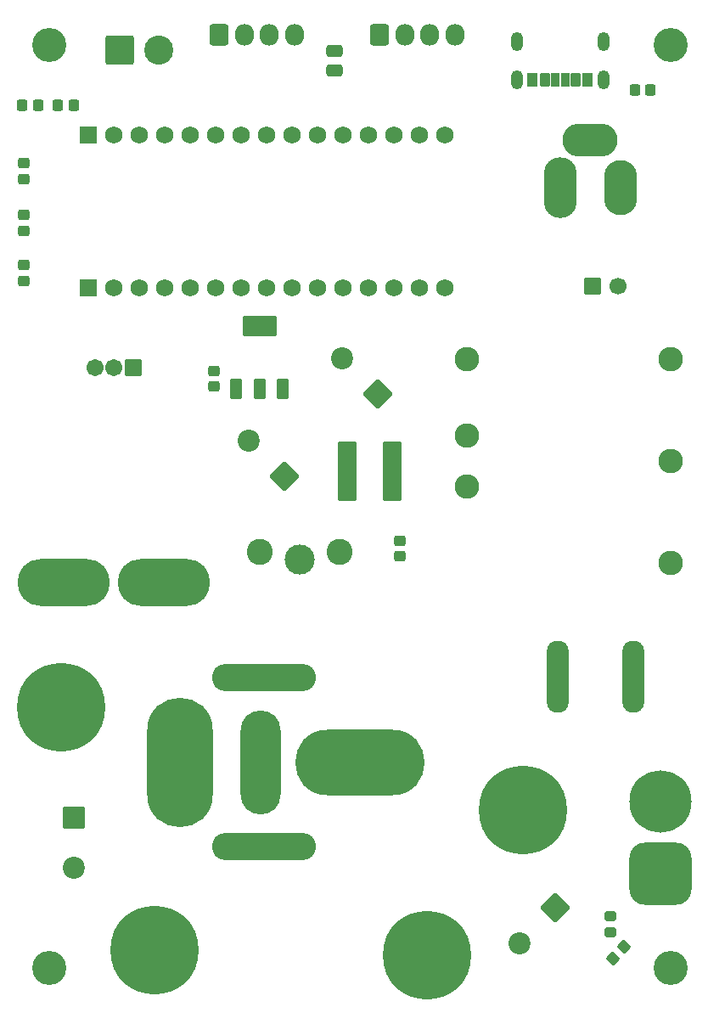
<source format=gts>
%TF.GenerationSoftware,KiCad,Pcbnew,8.0.4*%
%TF.CreationDate,2024-08-27T22:08:08+09:00*%
%TF.ProjectId,power_board2,706f7765-725f-4626-9f61-7264322e6b69,rev?*%
%TF.SameCoordinates,PX3473bc0PYa8cce40*%
%TF.FileFunction,Soldermask,Top*%
%TF.FilePolarity,Negative*%
%FSLAX46Y46*%
G04 Gerber Fmt 4.6, Leading zero omitted, Abs format (unit mm)*
G04 Created by KiCad (PCBNEW 8.0.4) date 2024-08-27 22:08:08*
%MOMM*%
%LPD*%
G01*
G04 APERTURE LIST*
G04 Aperture macros list*
%AMRoundRect*
0 Rectangle with rounded corners*
0 $1 Rounding radius*
0 $2 $3 $4 $5 $6 $7 $8 $9 X,Y pos of 4 corners*
0 Add a 4 corners polygon primitive as box body*
4,1,4,$2,$3,$4,$5,$6,$7,$8,$9,$2,$3,0*
0 Add four circle primitives for the rounded corners*
1,1,$1+$1,$2,$3*
1,1,$1+$1,$4,$5*
1,1,$1+$1,$6,$7*
1,1,$1+$1,$8,$9*
0 Add four rect primitives between the rounded corners*
20,1,$1+$1,$2,$3,$4,$5,0*
20,1,$1+$1,$4,$5,$6,$7,0*
20,1,$1+$1,$6,$7,$8,$9,0*
20,1,$1+$1,$8,$9,$2,$3,0*%
G04 Aperture macros list end*
%ADD10O,3.300000X6.055000*%
%ADD11O,3.300000X5.500000*%
%ADD12O,5.500000X3.300000*%
%ADD13RoundRect,0.268750X0.306250X-0.268750X0.306250X0.268750X-0.306250X0.268750X-0.306250X-0.268750X0*%
%ADD14RoundRect,0.100000X1.414214X0.000000X0.000000X1.414214X-1.414214X0.000000X0.000000X-1.414214X0*%
%ADD15C,2.200000*%
%ADD16C,1.100000*%
%ADD17C,8.800000*%
%ADD18RoundRect,0.300000X-0.525000X0.300000X-0.525000X-0.300000X0.525000X-0.300000X0.525000X0.300000X0*%
%ADD19RoundRect,0.100000X0.475000X0.875000X-0.475000X0.875000X-0.475000X-0.875000X0.475000X-0.875000X0*%
%ADD20RoundRect,0.100000X1.625000X-0.875000X1.625000X0.875000X-1.625000X0.875000X-1.625000X-0.875000X0*%
%ADD21RoundRect,0.268750X0.268750X0.306250X-0.268750X0.306250X-0.268750X-0.306250X0.268750X-0.306250X0*%
%ADD22C,3.400000*%
%ADD23RoundRect,1.550000X1.550000X-1.550000X1.550000X1.550000X-1.550000X1.550000X-1.550000X-1.550000X0*%
%ADD24C,6.200000*%
%ADD25RoundRect,0.268750X0.026517X-0.406586X0.406586X-0.026517X-0.026517X0.406586X-0.406586X0.026517X0*%
%ADD26RoundRect,0.279412X-0.670588X-0.795588X0.670588X-0.795588X0.670588X0.795588X-0.670588X0.795588X0*%
%ADD27O,1.900000X2.150000*%
%ADD28RoundRect,0.100000X0.350000X0.575000X-0.350000X0.575000X-0.350000X-0.575000X0.350000X-0.575000X0*%
%ADD29RoundRect,0.100000X0.400000X0.575000X-0.400000X0.575000X-0.400000X-0.575000X0.400000X-0.575000X0*%
%ADD30RoundRect,0.100000X0.450000X0.575000X-0.450000X0.575000X-0.450000X-0.575000X0.450000X-0.575000X0*%
%ADD31O,1.200000X1.900000*%
%ADD32RoundRect,0.102000X0.765000X-0.765000X0.765000X0.765000X-0.765000X0.765000X-0.765000X-0.765000X0*%
%ADD33C,1.734000*%
%ADD34RoundRect,0.100000X-1.000000X1.000000X-1.000000X-1.000000X1.000000X-1.000000X1.000000X1.000000X0*%
%ADD35RoundRect,0.100000X0.000000X1.414214X-1.414214X0.000000X0.000000X-1.414214X1.414214X0.000000X0*%
%ADD36RoundRect,0.275000X-0.300000X0.275000X-0.300000X-0.275000X0.300000X-0.275000X0.300000X0.275000X0*%
%ADD37C,2.450000*%
%ADD38RoundRect,0.100000X-0.750000X-0.750000X0.750000X-0.750000X0.750000X0.750000X-0.750000X0.750000X0*%
%ADD39C,1.700000*%
%ADD40O,12.900000X6.550000*%
%ADD41O,4.010000X10.360000*%
%ADD42O,6.550000X12.900000*%
%ADD43O,10.360000X2.740000*%
%ADD44RoundRect,0.268520X-1.181480X-1.181480X1.181480X-1.181480X1.181480X1.181480X-1.181480X1.181480X0*%
%ADD45C,2.900000*%
%ADD46RoundRect,0.102000X0.750000X0.750000X-0.750000X0.750000X-0.750000X-0.750000X0.750000X-0.750000X0*%
%ADD47C,1.704000*%
%ADD48C,1.004000*%
%ADD49O,9.204000X4.704000*%
%ADD50C,3.000000*%
%ADD51C,2.600000*%
%ADD52O,2.200000X7.200000*%
%ADD53O,2.204000X7.204000*%
%ADD54RoundRect,0.100000X-0.850000X-2.850000X0.850000X-2.850000X0.850000X2.850000X-0.850000X2.850000X0*%
%ADD55RoundRect,0.250000X-0.325000X0.250000X-0.325000X-0.250000X0.325000X-0.250000X0.325000X0.250000X0*%
G04 APERTURE END LIST*
D10*
X55015000Y81800000D03*
D11*
X61015000Y81800000D03*
D12*
X58015000Y86500000D03*
D13*
X1500000Y82650000D03*
X1500000Y84225000D03*
D14*
X36767767Y61232233D03*
D15*
X33232233Y64767767D03*
D16*
X1994581Y30000000D03*
X2939162Y32280419D03*
X2939162Y27719581D03*
X5219581Y33225000D03*
D17*
X5219581Y30000000D03*
D16*
X5219581Y26775000D03*
X7500000Y32280419D03*
X7500000Y27719581D03*
X8444581Y30000000D03*
D18*
X32500000Y95400000D03*
X32500000Y93500000D03*
D13*
X39000000Y45000000D03*
X39000000Y46575000D03*
D16*
X48055419Y19719581D03*
X49000000Y22000000D03*
X49000000Y17439162D03*
X51280419Y22944581D03*
D17*
X51280419Y19719581D03*
D16*
X51280419Y16494581D03*
X53560838Y22000000D03*
X53560838Y17439162D03*
X54505419Y19719581D03*
D19*
X22700000Y61700000D03*
X25000000Y61700000D03*
X27300000Y61700000D03*
D20*
X25000000Y68000000D03*
D21*
X2925000Y90000000D03*
X1350000Y90000000D03*
D22*
X4000000Y4000000D03*
X66000000Y96000000D03*
D23*
X65000000Y13400000D03*
D24*
X65000000Y20600000D03*
D22*
X66000000Y4000000D03*
D25*
X60230653Y4943153D03*
X61344347Y6056847D03*
D26*
X21000000Y97000000D03*
D27*
X23500000Y97000000D03*
X26000000Y97000000D03*
X28500000Y97000000D03*
D28*
X55500000Y92545000D03*
D29*
X53480000Y92545000D03*
D30*
X52250000Y92545000D03*
D28*
X54500000Y92545000D03*
D29*
X56520000Y92545000D03*
D30*
X57750000Y92545000D03*
D31*
X59320000Y92550000D03*
X50680000Y92550000D03*
X59320000Y96350000D03*
X50680000Y96350000D03*
D16*
X11275000Y5775000D03*
X12219581Y8055419D03*
X12219581Y3494581D03*
X14500000Y9000000D03*
D17*
X14500000Y5775000D03*
D16*
X14500000Y2550000D03*
X16780419Y8055419D03*
X16780419Y3494581D03*
X17725000Y5775000D03*
D32*
X7960000Y71760000D03*
D33*
X10500000Y71760000D03*
X13040000Y71760000D03*
X15580000Y71760000D03*
X18120000Y71760000D03*
X20660000Y71760000D03*
X23200000Y71760000D03*
X25740000Y71760000D03*
X28280000Y71760000D03*
X30820000Y71760000D03*
X33360000Y71760000D03*
X35900000Y71760000D03*
X38440000Y71760000D03*
X40980000Y71760000D03*
X43520000Y71760000D03*
D32*
X7960000Y87000000D03*
D33*
X10500000Y87000000D03*
X13040000Y87000000D03*
X15580000Y87000000D03*
X18120000Y87000000D03*
X20660000Y87000000D03*
X23200000Y87000000D03*
X25740000Y87000000D03*
X28280000Y87000000D03*
X30820000Y87000000D03*
X33360000Y87000000D03*
X35900000Y87000000D03*
X38440000Y87000000D03*
X40980000Y87000000D03*
X43520000Y87000000D03*
D34*
X6500000Y19000000D03*
D15*
X6500000Y14000000D03*
D35*
X54500000Y10000000D03*
D15*
X50964466Y6464466D03*
D36*
X20500000Y63500000D03*
X20500000Y61950000D03*
D37*
X45720000Y64660000D03*
X45720000Y57040000D03*
X45720000Y51960000D03*
X66040000Y44340000D03*
X66040000Y54500000D03*
X66040000Y64660000D03*
D21*
X6500000Y90000000D03*
X4925000Y90000000D03*
D38*
X58250000Y72000000D03*
D39*
X60750000Y72000000D03*
D40*
X35000000Y24500000D03*
D41*
X25094000Y24500000D03*
D42*
X17093000Y24500000D03*
D43*
X25500400Y32907400D03*
X25500400Y16092600D03*
D44*
X11040000Y95500000D03*
D45*
X15000000Y95500000D03*
D13*
X1500000Y72500000D03*
X1500000Y74075000D03*
D14*
X27500000Y53000000D03*
D15*
X23964466Y56535534D03*
D26*
X37000000Y97000000D03*
D27*
X39500000Y97000000D03*
X42000000Y97000000D03*
X44500000Y97000000D03*
D21*
X64000000Y91500000D03*
X62425000Y91500000D03*
D46*
X12410000Y63800000D03*
D47*
X10500000Y63800000D03*
X8590000Y63800000D03*
D48*
X9300000Y42000000D03*
X9300000Y43050000D03*
X8500000Y41100000D03*
X8500000Y43670000D03*
X7500000Y40800000D03*
X7500000Y44000000D03*
X6170000Y40800000D03*
X6170000Y44000000D03*
D49*
X5500000Y42400000D03*
D48*
X4840000Y40800000D03*
X4840000Y44000000D03*
X3510000Y40800000D03*
X3510000Y44000000D03*
X2500000Y43670000D03*
X2350000Y41100000D03*
X1700000Y42000000D03*
X1700000Y43050000D03*
X19300000Y42000000D03*
X19300000Y43050000D03*
X18500000Y41100000D03*
X18500000Y43670000D03*
X17500000Y40800000D03*
X17500000Y44000000D03*
X16170000Y40800000D03*
X16170000Y44000000D03*
D49*
X15500000Y42400000D03*
D48*
X14840000Y40800000D03*
X14840000Y44000000D03*
X13510000Y40800000D03*
X13510000Y44000000D03*
X12500000Y43670000D03*
X12350000Y41100000D03*
X11700000Y42000000D03*
X11700000Y43050000D03*
D13*
X1500000Y77500000D03*
X1500000Y79075000D03*
D22*
X4000000Y96000000D03*
D50*
X29000000Y44700000D03*
D51*
X25000000Y45500000D03*
X33000000Y45500000D03*
D52*
X62250000Y33000000D03*
D53*
X54750000Y33000000D03*
D54*
X33750000Y53500000D03*
X38250000Y53500000D03*
D55*
X60000000Y9150000D03*
X60000000Y7500000D03*
D16*
X38494581Y5219581D03*
X39439162Y7500000D03*
X39439162Y2939162D03*
X41719581Y8444581D03*
D17*
X41719581Y5219581D03*
D16*
X41719581Y1994581D03*
X44000000Y7500000D03*
X44000000Y2939162D03*
X44944581Y5219581D03*
M02*

</source>
